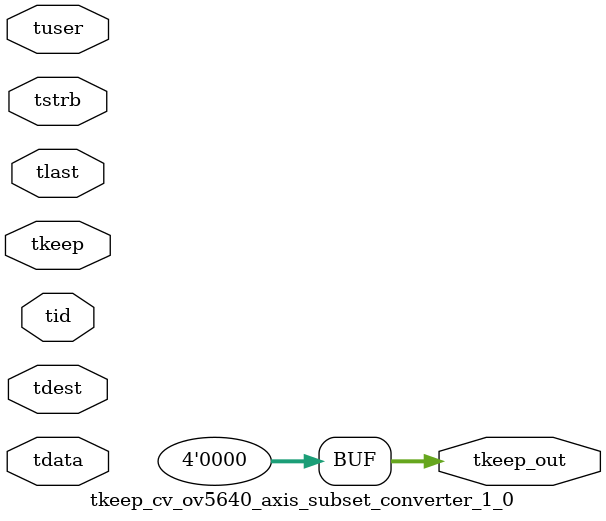
<source format=v>


`timescale 1ps/1ps

module tkeep_cv_ov5640_axis_subset_converter_1_0 #
(
parameter C_S_AXIS_TDATA_WIDTH = 32,
parameter C_S_AXIS_TUSER_WIDTH = 0,
parameter C_S_AXIS_TID_WIDTH   = 0,
parameter C_S_AXIS_TDEST_WIDTH = 0,
parameter C_M_AXIS_TDATA_WIDTH = 32
)
(
input  [(C_S_AXIS_TDATA_WIDTH == 0 ? 1 : C_S_AXIS_TDATA_WIDTH)-1:0     ] tdata,
input  [(C_S_AXIS_TUSER_WIDTH == 0 ? 1 : C_S_AXIS_TUSER_WIDTH)-1:0     ] tuser,
input  [(C_S_AXIS_TID_WIDTH   == 0 ? 1 : C_S_AXIS_TID_WIDTH)-1:0       ] tid,
input  [(C_S_AXIS_TDEST_WIDTH == 0 ? 1 : C_S_AXIS_TDEST_WIDTH)-1:0     ] tdest,
input  [(C_S_AXIS_TDATA_WIDTH/8)-1:0 ] tkeep,
input  [(C_S_AXIS_TDATA_WIDTH/8)-1:0 ] tstrb,
input                                                                    tlast,
output [(C_M_AXIS_TDATA_WIDTH/8)-1:0 ] tkeep_out
);

assign tkeep_out = {1'b0};

endmodule


</source>
